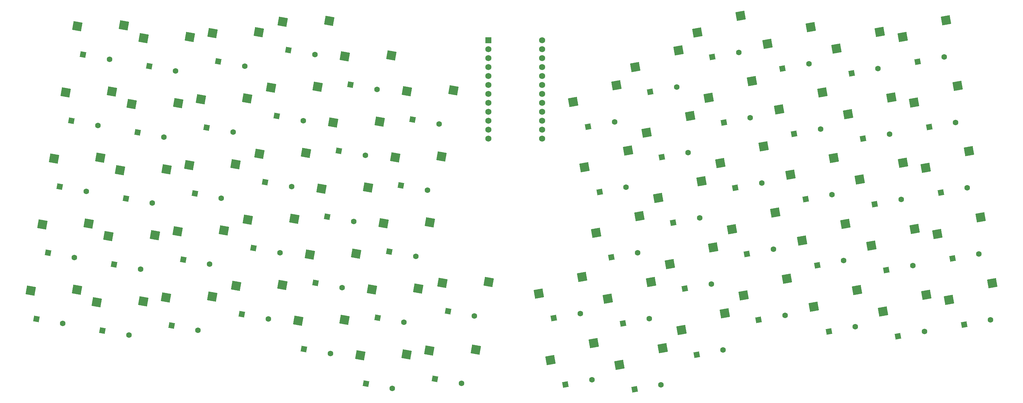
<source format=gbl>
%TF.GenerationSoftware,KiCad,Pcbnew,(6.0.8)*%
%TF.CreationDate,2023-02-18T20:13:43+07:00*%
%TF.ProjectId,test,74657374-2e6b-4696-9361-645f70636258,rev?*%
%TF.SameCoordinates,Original*%
%TF.FileFunction,Copper,L2,Bot*%
%TF.FilePolarity,Positive*%
%FSLAX46Y46*%
G04 Gerber Fmt 4.6, Leading zero omitted, Abs format (unit mm)*
G04 Created by KiCad (PCBNEW (6.0.8)) date 2023-02-18 20:13:43*
%MOMM*%
%LPD*%
G01*
G04 APERTURE LIST*
G04 Aperture macros list*
%AMHorizOval*
0 Thick line with rounded ends*
0 $1 width*
0 $2 $3 position (X,Y) of the first rounded end (center of the circle)*
0 $4 $5 position (X,Y) of the second rounded end (center of the circle)*
0 Add line between two ends*
20,1,$1,$2,$3,$4,$5,0*
0 Add two circle primitives to create the rounded ends*
1,1,$1,$2,$3*
1,1,$1,$4,$5*%
%AMRotRect*
0 Rectangle, with rotation*
0 The origin of the aperture is its center*
0 $1 length*
0 $2 width*
0 $3 Rotation angle, in degrees counterclockwise*
0 Add horizontal line*
21,1,$1,$2,0,0,$3*%
G04 Aperture macros list end*
%TA.AperFunction,SMDPad,CuDef*%
%ADD10RotRect,2.550000X2.500000X10.000000*%
%TD*%
%TA.AperFunction,SMDPad,CuDef*%
%ADD11RotRect,2.550000X2.500000X350.000000*%
%TD*%
%TA.AperFunction,ComponentPad*%
%ADD12HorizOval,1.600000X0.000000X0.000000X0.000000X0.000000X0*%
%TD*%
%TA.AperFunction,ComponentPad*%
%ADD13RotRect,1.600000X1.600000X10.000000*%
%TD*%
%TA.AperFunction,ComponentPad*%
%ADD14HorizOval,1.600000X0.000000X0.000000X0.000000X0.000000X0*%
%TD*%
%TA.AperFunction,ComponentPad*%
%ADD15RotRect,1.600000X1.600000X350.000000*%
%TD*%
%TA.AperFunction,ComponentPad*%
%ADD16R,1.752600X1.752600*%
%TD*%
%TA.AperFunction,ComponentPad*%
%ADD17C,1.752600*%
%TD*%
G04 APERTURE END LIST*
D10*
%TO.P,SW61,2,2*%
%TO.N,Net-(D61-Pad2)*%
X232665817Y-135519515D03*
%TO.P,SW61,1,1*%
%TO.N,COL 9*%
X220376274Y-140265677D03*
%TD*%
D11*
%TO.P,SW2,2,2*%
%TO.N,Net-(D2-Pad2)*%
X63323281Y-66937476D03*
%TO.P,SW2,1,1*%
%TO.N,COL 1*%
X50151604Y-67194138D03*
%TD*%
D12*
%TO.P,D34,2,A*%
%TO.N,Net-(D34-Pad2)*%
X207927109Y-118288571D03*
D13*
%TO.P,D34,1,K*%
%TO.N,ROW 2*%
X200422874Y-119611770D03*
%TD*%
D11*
%TO.P,SW19,2,2*%
%TO.N,Net-(D19-Pad2)*%
X148070613Y-136501020D03*
%TO.P,SW19,1,1*%
%TO.N,COL 6*%
X134898936Y-136757682D03*
%TD*%
D14*
%TO.P,D53,2,A*%
%TO.N,Net-(D53-Pad2)*%
X46040229Y-151589865D03*
D15*
%TO.P,D53,1,K*%
%TO.N,ROW 4*%
X38535994Y-150266666D03*
%TD*%
D10*
%TO.P,SW51,2,2*%
%TO.N,Net-(D51-Pad2)*%
X287624381Y-118091286D03*
%TO.P,SW51,1,1*%
%TO.N,COL 12*%
X275334838Y-122837448D03*
%TD*%
D12*
%TO.P,D61,2,A*%
%TO.N,Net-(D61-Pad2)*%
X232145893Y-145935541D03*
D13*
%TO.P,D61,1,K*%
%TO.N,ROW 4*%
X224641658Y-147258740D03*
%TD*%
D12*
%TO.P,D10,2,A*%
%TO.N,Net-(D10-Pad2)*%
X238898449Y-74526611D03*
D13*
%TO.P,D10,1,K*%
%TO.N,ROW 0*%
X231394214Y-75849810D03*
%TD*%
D12*
%TO.P,D59,2,A*%
%TO.N,Net-(D59-Pad2)*%
X196940316Y-165683948D03*
D13*
%TO.P,D59,1,K*%
%TO.N,ROW 4*%
X189436081Y-167007147D03*
%TD*%
D10*
%TO.P,SW20,2,2*%
%TO.N,Net-(D20-Pad2)*%
X187569327Y-99173765D03*
%TO.P,SW20,1,1*%
%TO.N,COL 7*%
X175279784Y-103919927D03*
%TD*%
%TO.P,SW47,2,2*%
%TO.N,Net-(D47-Pad2)*%
X211755031Y-126633130D03*
%TO.P,SW47,1,1*%
%TO.N,COL 8*%
X199465488Y-131379292D03*
%TD*%
D11*
%TO.P,SW52,2,2*%
%TO.N,Net-(D52-Pad2)*%
X31330702Y-138671828D03*
%TO.P,SW52,1,1*%
%TO.N,COL 0*%
X18159025Y-138928490D03*
%TD*%
D10*
%TO.P,SW24,2,2*%
%TO.N,Net-(D24-Pad2)*%
X262280878Y-84065715D03*
%TO.P,SW24,1,1*%
%TO.N,COL 11*%
X249991335Y-88811877D03*
%TD*%
D12*
%TO.P,D21,2,A*%
%TO.N,Net-(D21-Pad2)*%
X204652191Y-99715589D03*
D13*
%TO.P,D21,1,K*%
%TO.N,ROW 1*%
X197147956Y-101038788D03*
%TD*%
D10*
%TO.P,SW32,2,2*%
%TO.N,Net-(D32-Pad2)*%
X174548115Y-135031382D03*
%TO.P,SW32,1,1*%
%TO.N,COL 6*%
X162258572Y-139777544D03*
%TD*%
D14*
%TO.P,D40,2,A*%
%TO.N,Net-(D40-Pad2)*%
X49348227Y-132829278D03*
D15*
%TO.P,D40,1,K*%
%TO.N,ROW 3*%
X41843992Y-131506079D03*
%TD*%
D12*
%TO.P,D48,2,A*%
%TO.N,Net-(D48-Pad2)*%
X228837895Y-127174954D03*
D13*
%TO.P,D48,1,K*%
%TO.N,ROW 3*%
X221333660Y-128498153D03*
%TD*%
D14*
%TO.P,D2,2,A*%
%TO.N,Net-(D2-Pad2)*%
X59272220Y-76547515D03*
D15*
%TO.P,D2,1,K*%
%TO.N,ROW 0*%
X51767985Y-75224316D03*
%TD*%
D10*
%TO.P,SW49,2,2*%
%TO.N,Net-(D49-Pad2)*%
X249276206Y-120017135D03*
%TO.P,SW49,1,1*%
%TO.N,COL 10*%
X236986663Y-124763297D03*
%TD*%
%TO.P,SW10,2,2*%
%TO.N,Net-(D10-Pad2)*%
X239418373Y-64110584D03*
%TO.P,SW10,1,1*%
%TO.N,COL 10*%
X227128830Y-68856746D03*
%TD*%
D12*
%TO.P,D51,2,A*%
%TO.N,Net-(D51-Pad2)*%
X287104457Y-128507313D03*
D13*
%TO.P,D51,1,K*%
%TO.N,ROW 3*%
X279600222Y-129830512D03*
%TD*%
D14*
%TO.P,D41,2,A*%
%TO.N,Net-(D41-Pad2)*%
X68935814Y-131447129D03*
D15*
%TO.P,D41,1,K*%
%TO.N,ROW 3*%
X61431579Y-130123930D03*
%TD*%
D12*
%TO.P,D37,2,A*%
%TO.N,Net-(D37-Pad2)*%
X265035871Y-113054724D03*
D13*
%TO.P,D37,1,K*%
%TO.N,ROW 2*%
X257531636Y-114377923D03*
%TD*%
D10*
%TO.P,SW11,2,2*%
%TO.N,Net-(D11-Pad2)*%
X259005960Y-65492734D03*
%TO.P,SW11,1,1*%
%TO.N,COL 11*%
X246716417Y-70238896D03*
%TD*%
%TO.P,SW7,2,2*%
%TO.N,Net-(D7-Pad2)*%
X184294409Y-80600783D03*
%TO.P,SW7,1,1*%
%TO.N,COL 7*%
X172004866Y-85346945D03*
%TD*%
D12*
%TO.P,D35,2,A*%
%TO.N,Net-(D35-Pad2)*%
X225529897Y-108414367D03*
D13*
%TO.P,D35,1,K*%
%TO.N,ROW 2*%
X218025662Y-109737566D03*
%TD*%
D11*
%TO.P,SW40,2,2*%
%TO.N,Net-(D40-Pad2)*%
X53399288Y-123219239D03*
%TO.P,SW40,1,1*%
%TO.N,COL 1*%
X40227611Y-123475901D03*
%TD*%
D14*
%TO.P,D28,2,A*%
%TO.N,Net-(D28-Pad2)*%
X72243812Y-112686541D03*
D15*
%TO.P,D28,1,K*%
%TO.N,ROW 2*%
X64739577Y-111363342D03*
%TD*%
D10*
%TO.P,SW60,2,2*%
%TO.N,Net-(D60-Pad2)*%
X215063029Y-145393718D03*
%TO.P,SW60,1,1*%
%TO.N,COL 8*%
X202773486Y-150139880D03*
%TD*%
%TO.P,SW35,2,2*%
%TO.N,Net-(D35-Pad2)*%
X226049822Y-97998340D03*
%TO.P,SW35,1,1*%
%TO.N,COL 9*%
X213760279Y-102744502D03*
%TD*%
D12*
%TO.P,D60,2,A*%
%TO.N,Net-(D60-Pad2)*%
X214543104Y-155809745D03*
D13*
%TO.P,D60,1,K*%
%TO.N,ROW 4*%
X207038869Y-157132944D03*
%TD*%
D14*
%TO.P,D14,2,A*%
%TO.N,Net-(D14-Pad2)*%
X55964222Y-95308103D03*
D15*
%TO.P,D14,1,K*%
%TO.N,ROW 1*%
X48459987Y-93984904D03*
%TD*%
D14*
%TO.P,D52,2,A*%
%TO.N,Net-(D52-Pad2)*%
X27279641Y-148281867D03*
D15*
%TO.P,D52,1,K*%
%TO.N,ROW 4*%
X19775406Y-146958668D03*
%TD*%
D10*
%TO.P,SW12,2,2*%
%TO.N,Net-(D12-Pad2)*%
X277766548Y-62184736D03*
%TO.P,SW12,1,1*%
%TO.N,COL 12*%
X265477005Y-66930898D03*
%TD*%
D14*
%TO.P,D6,2,A*%
%TO.N,Net-(D6-Pad2)*%
X133983771Y-91655565D03*
D15*
%TO.P,D6,1,K*%
%TO.N,ROW 0*%
X126479536Y-90332366D03*
%TD*%
D11*
%TO.P,SW29,2,2*%
%TO.N,Net-(D29-Pad2)*%
X96213259Y-99818294D03*
%TO.P,SW29,1,1*%
%TO.N,COL 3*%
X83041582Y-100074956D03*
%TD*%
%TO.P,SW14,2,2*%
%TO.N,Net-(D14-Pad2)*%
X60015283Y-85698064D03*
%TO.P,SW14,1,1*%
%TO.N,COL 1*%
X46843606Y-85954726D03*
%TD*%
D12*
%TO.P,D64,2,A*%
%TO.N,Net-(D64-Pad2)*%
X290412454Y-147267901D03*
D13*
%TO.P,D64,1,K*%
%TO.N,ROW 4*%
X282908219Y-148591100D03*
%TD*%
D14*
%TO.P,D29,2,A*%
%TO.N,Net-(D29-Pad2)*%
X92162199Y-109428333D03*
D15*
%TO.P,D29,1,K*%
%TO.N,ROW 2*%
X84657964Y-108105134D03*
%TD*%
D14*
%TO.P,D57,2,A*%
%TO.N,Net-(D57-Pad2)*%
X120751780Y-166697915D03*
D15*
%TO.P,D57,1,K*%
%TO.N,ROW 4*%
X113247545Y-165374716D03*
%TD*%
D11*
%TO.P,SW13,2,2*%
%TO.N,Net-(D13-Pad2)*%
X41254695Y-82390066D03*
%TO.P,SW13,1,1*%
%TO.N,COL 0*%
X28083018Y-82646728D03*
%TD*%
D14*
%TO.P,D5,2,A*%
%TO.N,Net-(D5-Pad2)*%
X116380983Y-81781362D03*
D15*
%TO.P,D5,1,K*%
%TO.N,ROW 0*%
X108876748Y-80458163D03*
%TD*%
D14*
%TO.P,D15,2,A*%
%TO.N,Net-(D15-Pad2)*%
X75551809Y-93925954D03*
D15*
%TO.P,D15,1,K*%
%TO.N,ROW 1*%
X68047574Y-92602755D03*
%TD*%
D12*
%TO.P,D9,2,A*%
%TO.N,Net-(D9-Pad2)*%
X218980062Y-71268403D03*
D13*
%TO.P,D9,1,K*%
%TO.N,ROW 0*%
X211475827Y-72591602D03*
%TD*%
D10*
%TO.P,SW23,2,2*%
%TO.N,Net-(D23-Pad2)*%
X242693291Y-82683566D03*
%TO.P,SW23,1,1*%
%TO.N,COL 10*%
X230403748Y-87429728D03*
%TD*%
D11*
%TO.P,SW6,2,2*%
%TO.N,Net-(D6-Pad2)*%
X138034832Y-82045526D03*
%TO.P,SW6,1,1*%
%TO.N,COL 5*%
X124863155Y-82302188D03*
%TD*%
D12*
%TO.P,D63,2,A*%
%TO.N,Net-(D63-Pad2)*%
X271651867Y-150575899D03*
D13*
%TO.P,D63,1,K*%
%TO.N,ROW 4*%
X264147632Y-151899098D03*
%TD*%
D14*
%TO.P,D16,2,A*%
%TO.N,Net-(D16-Pad2)*%
X95470196Y-90667746D03*
D15*
%TO.P,D16,1,K*%
%TO.N,ROW 1*%
X87965961Y-89344547D03*
%TD*%
D12*
%TO.P,D22,2,A*%
%TO.N,Net-(D22-Pad2)*%
X222254979Y-89841385D03*
D13*
%TO.P,D22,1,K*%
%TO.N,ROW 1*%
X214750744Y-91164584D03*
%TD*%
D14*
%TO.P,D30,2,A*%
%TO.N,Net-(D30-Pad2)*%
X109764987Y-119302537D03*
D15*
%TO.P,D30,1,K*%
%TO.N,ROW 2*%
X102260752Y-117979338D03*
%TD*%
D11*
%TO.P,SW39,2,2*%
%TO.N,Net-(D39-Pad2)*%
X34638700Y-119911241D03*
%TO.P,SW39,1,1*%
%TO.N,COL 0*%
X21467023Y-120167903D03*
%TD*%
D12*
%TO.P,D32,2,A*%
%TO.N,Net-(D32-Pad2)*%
X174028191Y-145447409D03*
D13*
%TO.P,D32,1,K*%
%TO.N,ROW 2*%
X166523956Y-146770608D03*
%TD*%
D11*
%TO.P,SW53,2,2*%
%TO.N,Net-(D53-Pad2)*%
X50091290Y-141979826D03*
%TO.P,SW53,1,1*%
%TO.N,COL 1*%
X36919613Y-142236488D03*
%TD*%
%TO.P,SW3,2,2*%
%TO.N,Net-(D3-Pad2)*%
X82910868Y-65555327D03*
%TO.P,SW3,1,1*%
%TO.N,COL 2*%
X69739191Y-65811989D03*
%TD*%
D12*
%TO.P,D49,2,A*%
%TO.N,Net-(D49-Pad2)*%
X248756282Y-130433162D03*
D13*
%TO.P,D49,1,K*%
%TO.N,ROW 3*%
X241252047Y-131756361D03*
%TD*%
D14*
%TO.P,D55,2,A*%
%TO.N,Net-(D55-Pad2)*%
X85546203Y-146949508D03*
D15*
%TO.P,D55,1,K*%
%TO.N,ROW 4*%
X78041968Y-145626309D03*
%TD*%
D11*
%TO.P,SW1,2,2*%
%TO.N,Net-(D1-Pad2)*%
X44562693Y-63629478D03*
%TO.P,SW1,1,1*%
%TO.N,COL 0*%
X31391016Y-63886140D03*
%TD*%
D10*
%TO.P,SW37,2,2*%
%TO.N,Net-(D37-Pad2)*%
X265555796Y-102638697D03*
%TO.P,SW37,1,1*%
%TO.N,COL 11*%
X253266253Y-107384859D03*
%TD*%
D11*
%TO.P,SW17,2,2*%
%TO.N,Net-(D17-Pad2)*%
X117124046Y-90931910D03*
%TO.P,SW17,1,1*%
%TO.N,COL 4*%
X103952369Y-91188572D03*
%TD*%
%TO.P,SW27,2,2*%
%TO.N,Net-(D27-Pad2)*%
X56707285Y-104458652D03*
%TO.P,SW27,1,1*%
%TO.N,COL 1*%
X43535608Y-104715314D03*
%TD*%
D12*
%TO.P,D47,2,A*%
%TO.N,Net-(D47-Pad2)*%
X211235106Y-137049157D03*
D13*
%TO.P,D47,1,K*%
%TO.N,ROW 3*%
X203730871Y-138372356D03*
%TD*%
D11*
%TO.P,SW30,2,2*%
%TO.N,Net-(D30-Pad2)*%
X113816048Y-109692498D03*
%TO.P,SW30,1,1*%
%TO.N,COL 4*%
X100644371Y-109949160D03*
%TD*%
%TO.P,SW56,2,2*%
%TO.N,Net-(D56-Pad2)*%
X107200053Y-147213672D03*
%TO.P,SW56,1,1*%
%TO.N,COL 4*%
X94028376Y-147470334D03*
%TD*%
D14*
%TO.P,D45,2,A*%
%TO.N,Net-(D45-Pad2)*%
X140339367Y-165315766D03*
D15*
%TO.P,D45,1,K*%
%TO.N,ROW 3*%
X132835132Y-163992567D03*
%TD*%
D10*
%TO.P,SW58,2,2*%
%TO.N,Net-(D58-Pad2)*%
X177872653Y-153885772D03*
%TO.P,SW58,1,1*%
%TO.N,COL 6*%
X165583110Y-158631934D03*
%TD*%
%TO.P,SW21,2,2*%
%TO.N,Net-(D21-Pad2)*%
X205172116Y-89299562D03*
%TO.P,SW21,1,1*%
%TO.N,COL 8*%
X192882573Y-94045724D03*
%TD*%
%TO.P,SW25,2,2*%
%TO.N,Net-(D25-Pad2)*%
X281041466Y-80757718D03*
%TO.P,SW25,1,1*%
%TO.N,COL 12*%
X268751923Y-85503880D03*
%TD*%
%TO.P,SW59,2,2*%
%TO.N,Net-(D59-Pad2)*%
X197460240Y-155267922D03*
%TO.P,SW59,1,1*%
%TO.N,COL 7*%
X185170697Y-160014084D03*
%TD*%
D14*
%TO.P,D43,2,A*%
%TO.N,Net-(D43-Pad2)*%
X106456989Y-138063125D03*
D15*
%TO.P,D43,1,K*%
%TO.N,ROW 3*%
X98952754Y-136739926D03*
%TD*%
D12*
%TO.P,D23,2,A*%
%TO.N,Net-(D23-Pad2)*%
X242173366Y-93099593D03*
D13*
%TO.P,D23,1,K*%
%TO.N,ROW 1*%
X234669131Y-94422792D03*
%TD*%
D11*
%TO.P,SW54,2,2*%
%TO.N,Net-(D54-Pad2)*%
X69678877Y-140597677D03*
%TO.P,SW54,1,1*%
%TO.N,COL 2*%
X56507200Y-140854339D03*
%TD*%
%TO.P,SW4,2,2*%
%TO.N,Net-(D4-Pad2)*%
X102829255Y-62297119D03*
%TO.P,SW4,1,1*%
%TO.N,COL 3*%
X89657578Y-62553781D03*
%TD*%
D14*
%TO.P,D18,2,A*%
%TO.N,Net-(D18-Pad2)*%
X130675773Y-110416153D03*
D15*
%TO.P,D18,1,K*%
%TO.N,ROW 1*%
X123171538Y-109092954D03*
%TD*%
D14*
%TO.P,D44,2,A*%
%TO.N,Net-(D44-Pad2)*%
X124059778Y-147937328D03*
D15*
%TO.P,D44,1,K*%
%TO.N,ROW 3*%
X116555543Y-146614129D03*
%TD*%
D14*
%TO.P,D42,2,A*%
%TO.N,Net-(D42-Pad2)*%
X88854201Y-128188921D03*
D15*
%TO.P,D42,1,K*%
%TO.N,ROW 3*%
X81349966Y-126865722D03*
%TD*%
D12*
%TO.P,D33,2,A*%
%TO.N,Net-(D33-Pad2)*%
X190324320Y-128162774D03*
D13*
%TO.P,D33,1,K*%
%TO.N,ROW 2*%
X182820085Y-129485973D03*
%TD*%
D11*
%TO.P,SW41,2,2*%
%TO.N,Net-(D41-Pad2)*%
X72986875Y-121837090D03*
%TO.P,SW41,1,1*%
%TO.N,COL 2*%
X59815198Y-122093752D03*
%TD*%
%TO.P,SW28,2,2*%
%TO.N,Net-(D28-Pad2)*%
X76294873Y-103076502D03*
%TO.P,SW28,1,1*%
%TO.N,COL 2*%
X63123196Y-103333164D03*
%TD*%
%TO.P,SW31,2,2*%
%TO.N,Net-(D31-Pad2)*%
X131418836Y-119566701D03*
%TO.P,SW31,1,1*%
%TO.N,COL 5*%
X118247159Y-119823363D03*
%TD*%
D12*
%TO.P,D11,2,A*%
%TO.N,Net-(D11-Pad2)*%
X258486036Y-75908760D03*
D13*
%TO.P,D11,1,K*%
%TO.N,ROW 0*%
X250981801Y-77231959D03*
%TD*%
D12*
%TO.P,D24,2,A*%
%TO.N,Net-(D24-Pad2)*%
X261760953Y-94481742D03*
D13*
%TO.P,D24,1,K*%
%TO.N,ROW 1*%
X254256718Y-95804941D03*
%TD*%
D12*
%TO.P,D12,2,A*%
%TO.N,Net-(D12-Pad2)*%
X277246623Y-72600763D03*
D13*
%TO.P,D12,1,K*%
%TO.N,ROW 0*%
X269742388Y-73923962D03*
%TD*%
D12*
%TO.P,D62,2,A*%
%TO.N,Net-(D62-Pad2)*%
X252064280Y-149193749D03*
D13*
%TO.P,D62,1,K*%
%TO.N,ROW 4*%
X244560045Y-150516948D03*
%TD*%
D14*
%TO.P,D3,2,A*%
%TO.N,Net-(D3-Pad2)*%
X78859807Y-75165366D03*
D15*
%TO.P,D3,1,K*%
%TO.N,ROW 0*%
X71355572Y-73842167D03*
%TD*%
D14*
%TO.P,D39,2,A*%
%TO.N,Net-(D39-Pad2)*%
X30587639Y-129521280D03*
D15*
%TO.P,D39,1,K*%
%TO.N,ROW 3*%
X23083404Y-128198081D03*
%TD*%
D12*
%TO.P,D46,2,A*%
%TO.N,Net-(D46-Pad2)*%
X193632318Y-146923361D03*
D13*
%TO.P,D46,1,K*%
%TO.N,ROW 3*%
X186128083Y-148246560D03*
%TD*%
D11*
%TO.P,SW5,2,2*%
%TO.N,Net-(D5-Pad2)*%
X120432044Y-72171323D03*
%TO.P,SW5,1,1*%
%TO.N,COL 4*%
X107260367Y-72427985D03*
%TD*%
D10*
%TO.P,SW34,2,2*%
%TO.N,Net-(D34-Pad2)*%
X208447033Y-107872544D03*
%TO.P,SW34,1,1*%
%TO.N,COL 8*%
X196157490Y-112618706D03*
%TD*%
D12*
%TO.P,D58,2,A*%
%TO.N,Net-(D58-Pad2)*%
X177352729Y-164301799D03*
D13*
%TO.P,D58,1,K*%
%TO.N,ROW 4*%
X169848494Y-165624998D03*
%TD*%
D10*
%TO.P,SW9,2,2*%
%TO.N,Net-(D9-Pad2)*%
X219499986Y-60852377D03*
%TO.P,SW9,1,1*%
%TO.N,COL 9*%
X207210443Y-65598539D03*
%TD*%
D12*
%TO.P,D25,2,A*%
%TO.N,Net-(D25-Pad2)*%
X280521541Y-91173745D03*
D13*
%TO.P,D25,1,K*%
%TO.N,ROW 1*%
X273017306Y-92496944D03*
%TD*%
D14*
%TO.P,D26,2,A*%
%TO.N,Net-(D26-Pad2)*%
X33895637Y-110760693D03*
D15*
%TO.P,D26,1,K*%
%TO.N,ROW 2*%
X26391402Y-109437494D03*
%TD*%
D10*
%TO.P,SW62,2,2*%
%TO.N,Net-(D62-Pad2)*%
X252584204Y-138777722D03*
%TO.P,SW62,1,1*%
%TO.N,COL 10*%
X240294661Y-143523884D03*
%TD*%
D11*
%TO.P,SW44,2,2*%
%TO.N,Net-(D44-Pad2)*%
X128110839Y-138327289D03*
%TO.P,SW44,1,1*%
%TO.N,COL 5*%
X114939162Y-138583951D03*
%TD*%
D12*
%TO.P,D50,2,A*%
%TO.N,Net-(D50-Pad2)*%
X268343869Y-131815311D03*
D13*
%TO.P,D50,1,K*%
%TO.N,ROW 3*%
X260839634Y-133138510D03*
%TD*%
D14*
%TO.P,D13,2,A*%
%TO.N,Net-(D13-Pad2)*%
X37203635Y-92000105D03*
D15*
%TO.P,D13,1,K*%
%TO.N,ROW 1*%
X29699400Y-90676906D03*
%TD*%
D10*
%TO.P,SW22,2,2*%
%TO.N,Net-(D22-Pad2)*%
X222774904Y-79425358D03*
%TO.P,SW22,1,1*%
%TO.N,COL 9*%
X210485361Y-84171520D03*
%TD*%
%TO.P,SW38,2,2*%
%TO.N,Net-(D38-Pad2)*%
X284316384Y-99330699D03*
%TO.P,SW38,1,1*%
%TO.N,COL 12*%
X272026841Y-104076861D03*
%TD*%
D11*
%TO.P,SW57,2,2*%
%TO.N,Net-(D57-Pad2)*%
X124802841Y-157087876D03*
%TO.P,SW57,1,1*%
%TO.N,COL 5*%
X111631164Y-157344538D03*
%TD*%
D16*
%TO.P,U1,1,TX0/PD3*%
%TO.N,unconnected-(U1-Pad1)*%
X147955000Y-67786250D03*
D17*
%TO.P,U1,2,RX1/PD2*%
%TO.N,unconnected-(U1-Pad2)*%
X147955000Y-70326250D03*
%TO.P,U1,3,GND*%
%TO.N,unconnected-(U1-Pad3)*%
X147955000Y-72866250D03*
%TO.P,U1,4,GND*%
%TO.N,unconnected-(U1-Pad4)*%
X147955000Y-75406250D03*
%TO.P,U1,5,2/PD1*%
%TO.N,unconnected-(U1-Pad5)*%
X147955000Y-77946250D03*
%TO.P,U1,6,3/PD0*%
%TO.N,unconnected-(U1-Pad6)*%
X147955000Y-80486250D03*
%TO.P,U1,7,4/PD4*%
%TO.N,unconnected-(U1-Pad7)*%
X147955000Y-83026250D03*
%TO.P,U1,8,5/PC6*%
%TO.N,unconnected-(U1-Pad8)*%
X147955000Y-85566250D03*
%TO.P,U1,9,6/PD7*%
%TO.N,unconnected-(U1-Pad9)*%
X147955000Y-88106250D03*
%TO.P,U1,10,7/PE6*%
%TO.N,unconnected-(U1-Pad10)*%
X147955000Y-90646250D03*
%TO.P,U1,11,8/PB4*%
%TO.N,unconnected-(U1-Pad11)*%
X147955000Y-93186250D03*
%TO.P,U1,12,9/PB5*%
%TO.N,unconnected-(U1-Pad12)*%
X147955000Y-95726250D03*
%TO.P,U1,13,10/PB6*%
%TO.N,unconnected-(U1-Pad13)*%
X163195000Y-95726250D03*
%TO.P,U1,14,16/PB2*%
%TO.N,unconnected-(U1-Pad14)*%
X163195000Y-93186250D03*
%TO.P,U1,15,14/PB3*%
%TO.N,unconnected-(U1-Pad15)*%
X163195000Y-90646250D03*
%TO.P,U1,16,15/PB1*%
%TO.N,unconnected-(U1-Pad16)*%
X163195000Y-88106250D03*
%TO.P,U1,17,A0/PF7*%
%TO.N,unconnected-(U1-Pad17)*%
X163195000Y-85566250D03*
%TO.P,U1,18,A1/PF6*%
%TO.N,unconnected-(U1-Pad18)*%
X163195000Y-83026250D03*
%TO.P,U1,19,A2/PF5*%
%TO.N,unconnected-(U1-Pad19)*%
X163195000Y-80486250D03*
%TO.P,U1,20,A3/PF4*%
%TO.N,unconnected-(U1-Pad20)*%
X163195000Y-77946250D03*
%TO.P,U1,21,VCC*%
%TO.N,unconnected-(U1-Pad21)*%
X163195000Y-75406250D03*
%TO.P,U1,22,RST*%
%TO.N,unconnected-(U1-Pad22)*%
X163195000Y-72866250D03*
%TO.P,U1,23,GND*%
%TO.N,unconnected-(U1-Pad23)*%
X163195000Y-70326250D03*
%TO.P,U1,24,RAW*%
%TO.N,unconnected-(U1-Pad24)*%
X163195000Y-67786250D03*
%TD*%
D12*
%TO.P,D8,2,A*%
%TO.N,Net-(D8-Pad2)*%
X201377273Y-81142607D03*
D13*
%TO.P,D8,1,K*%
%TO.N,ROW 0*%
X193873038Y-82465806D03*
%TD*%
D12*
%TO.P,D20,2,A*%
%TO.N,Net-(D20-Pad2)*%
X187049402Y-109589792D03*
D13*
%TO.P,D20,1,K*%
%TO.N,ROW 1*%
X179545167Y-110912991D03*
%TD*%
D10*
%TO.P,SW64,2,2*%
%TO.N,Net-(D64-Pad2)*%
X290932379Y-136851874D03*
%TO.P,SW64,1,1*%
%TO.N,COL 12*%
X278642836Y-141598036D03*
%TD*%
D12*
%TO.P,D38,2,A*%
%TO.N,Net-(D38-Pad2)*%
X283796459Y-109746726D03*
D13*
%TO.P,D38,1,K*%
%TO.N,ROW 2*%
X276292224Y-111069925D03*
%TD*%
D14*
%TO.P,D31,2,A*%
%TO.N,Net-(D31-Pad2)*%
X127367776Y-129176740D03*
D15*
%TO.P,D31,1,K*%
%TO.N,ROW 2*%
X119863541Y-127853541D03*
%TD*%
D10*
%TO.P,SW63,2,2*%
%TO.N,Net-(D63-Pad2)*%
X272171791Y-140159872D03*
%TO.P,SW63,1,1*%
%TO.N,COL 11*%
X259882248Y-144906034D03*
%TD*%
D14*
%TO.P,D27,2,A*%
%TO.N,Net-(D27-Pad2)*%
X52656225Y-114068691D03*
D15*
%TO.P,D27,1,K*%
%TO.N,ROW 2*%
X45151990Y-112745492D03*
%TD*%
D10*
%TO.P,SW36,2,2*%
%TO.N,Net-(D36-Pad2)*%
X245968209Y-101256548D03*
%TO.P,SW36,1,1*%
%TO.N,COL 10*%
X233678666Y-106002710D03*
%TD*%
%TO.P,SW8,2,2*%
%TO.N,Net-(D8-Pad2)*%
X201897198Y-70726580D03*
%TO.P,SW8,1,1*%
%TO.N,COL 8*%
X189607655Y-75472742D03*
%TD*%
D11*
%TO.P,SW45,2,2*%
%TO.N,Net-(D45-Pad2)*%
X144390428Y-155705727D03*
%TO.P,SW45,1,1*%
%TO.N,COL 6*%
X131218751Y-155962389D03*
%TD*%
D10*
%TO.P,SW46,2,2*%
%TO.N,Net-(D46-Pad2)*%
X194152243Y-136507334D03*
%TO.P,SW46,1,1*%
%TO.N,COL 7*%
X181862700Y-141253496D03*
%TD*%
D14*
%TO.P,D56,2,A*%
%TO.N,Net-(D56-Pad2)*%
X103148992Y-156823711D03*
D15*
%TO.P,D56,1,K*%
%TO.N,ROW 4*%
X95644757Y-155500512D03*
%TD*%
D10*
%TO.P,SW50,2,2*%
%TO.N,Net-(D50-Pad2)*%
X268863794Y-121399284D03*
%TO.P,SW50,1,1*%
%TO.N,COL 11*%
X256574251Y-126145446D03*
%TD*%
%TO.P,SW33,2,2*%
%TO.N,Net-(D33-Pad2)*%
X190844245Y-117746747D03*
%TO.P,SW33,1,1*%
%TO.N,COL 7*%
X178554702Y-122492909D03*
%TD*%
D11*
%TO.P,SW55,2,2*%
%TO.N,Net-(D55-Pad2)*%
X89597264Y-137339469D03*
%TO.P,SW55,1,1*%
%TO.N,COL 3*%
X76425587Y-137596131D03*
%TD*%
%TO.P,SW43,2,2*%
%TO.N,Net-(D43-Pad2)*%
X110508050Y-128453086D03*
%TO.P,SW43,1,1*%
%TO.N,COL 4*%
X97336373Y-128709748D03*
%TD*%
D14*
%TO.P,D54,2,A*%
%TO.N,Net-(D54-Pad2)*%
X65627816Y-150207716D03*
D15*
%TO.P,D54,1,K*%
%TO.N,ROW 4*%
X58123581Y-148884517D03*
%TD*%
D12*
%TO.P,D36,2,A*%
%TO.N,Net-(D36-Pad2)*%
X245448284Y-111672575D03*
D13*
%TO.P,D36,1,K*%
%TO.N,ROW 2*%
X237944049Y-112995774D03*
%TD*%
D11*
%TO.P,SW16,2,2*%
%TO.N,Net-(D16-Pad2)*%
X99521257Y-81057707D03*
%TO.P,SW16,1,1*%
%TO.N,COL 3*%
X86349580Y-81314369D03*
%TD*%
D14*
%TO.P,D1,2,A*%
%TO.N,Net-(D1-Pad2)*%
X40511632Y-73239517D03*
D15*
%TO.P,D1,1,K*%
%TO.N,ROW 0*%
X33007397Y-71916318D03*
%TD*%
D11*
%TO.P,SW26,2,2*%
%TO.N,Net-(D26-Pad2)*%
X37946698Y-101150654D03*
%TO.P,SW26,1,1*%
%TO.N,COL 0*%
X24775021Y-101407316D03*
%TD*%
%TO.P,SW18,2,2*%
%TO.N,Net-(D18-Pad2)*%
X134726834Y-100806114D03*
%TO.P,SW18,1,1*%
%TO.N,COL 5*%
X121555157Y-101062776D03*
%TD*%
%TO.P,SW15,2,2*%
%TO.N,Net-(D15-Pad2)*%
X79602870Y-84315915D03*
%TO.P,SW15,1,1*%
%TO.N,COL 2*%
X66431193Y-84572577D03*
%TD*%
D14*
%TO.P,D4,2,A*%
%TO.N,Net-(D4-Pad2)*%
X98778194Y-71907158D03*
D15*
%TO.P,D4,1,K*%
%TO.N,ROW 0*%
X91273959Y-70583959D03*
%TD*%
D14*
%TO.P,D19,2,A*%
%TO.N,Net-(D19-Pad2)*%
X144019552Y-146111059D03*
D15*
%TO.P,D19,1,K*%
%TO.N,ROW 1*%
X136515317Y-144787860D03*
%TD*%
D11*
%TO.P,SW42,2,2*%
%TO.N,Net-(D42-Pad2)*%
X92905262Y-118578882D03*
%TO.P,SW42,1,1*%
%TO.N,COL 3*%
X79733585Y-118835544D03*
%TD*%
D12*
%TO.P,D7,2,A*%
%TO.N,Net-(D7-Pad2)*%
X183774485Y-91016810D03*
D13*
%TO.P,D7,1,K*%
%TO.N,ROW 0*%
X176270250Y-92340009D03*
%TD*%
D10*
%TO.P,SW48,2,2*%
%TO.N,Net-(D48-Pad2)*%
X229357819Y-116758927D03*
%TO.P,SW48,1,1*%
%TO.N,COL 9*%
X217068276Y-121505089D03*
%TD*%
D14*
%TO.P,D17,2,A*%
%TO.N,Net-(D17-Pad2)*%
X113072985Y-100541949D03*
D15*
%TO.P,D17,1,K*%
%TO.N,ROW 1*%
X105568750Y-99218750D03*
%TD*%
M02*

</source>
